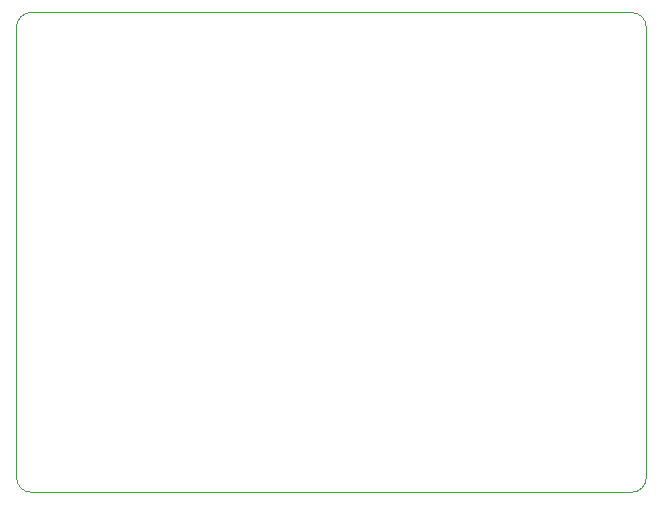
<source format=gbr>
G04 (created by PCBNEW (2013-05-16 BZR 4016)-stable) date 11/18/2013 1:12:52 AM*
%MOIN*%
G04 Gerber Fmt 3.4, Leading zero omitted, Abs format*
%FSLAX34Y34*%
G01*
G70*
G90*
G04 APERTURE LIST*
%ADD10C,0.00590551*%
%ADD11C,0.00393701*%
G04 APERTURE END LIST*
G54D10*
G54D11*
X65500Y-35000D02*
X45500Y-35000D01*
X66000Y-50500D02*
X66000Y-35500D01*
X45500Y-51000D02*
X65500Y-51000D01*
X45000Y-35500D02*
X45000Y-50500D01*
X45500Y-35000D02*
G75*
G03X45000Y-35500I0J-500D01*
G74*
G01*
X45000Y-50500D02*
G75*
G03X45500Y-51000I500J0D01*
G74*
G01*
X65500Y-51000D02*
G75*
G03X66000Y-50500I0J500D01*
G74*
G01*
X66000Y-35500D02*
G75*
G03X65500Y-35000I-500J0D01*
G74*
G01*
M02*

</source>
